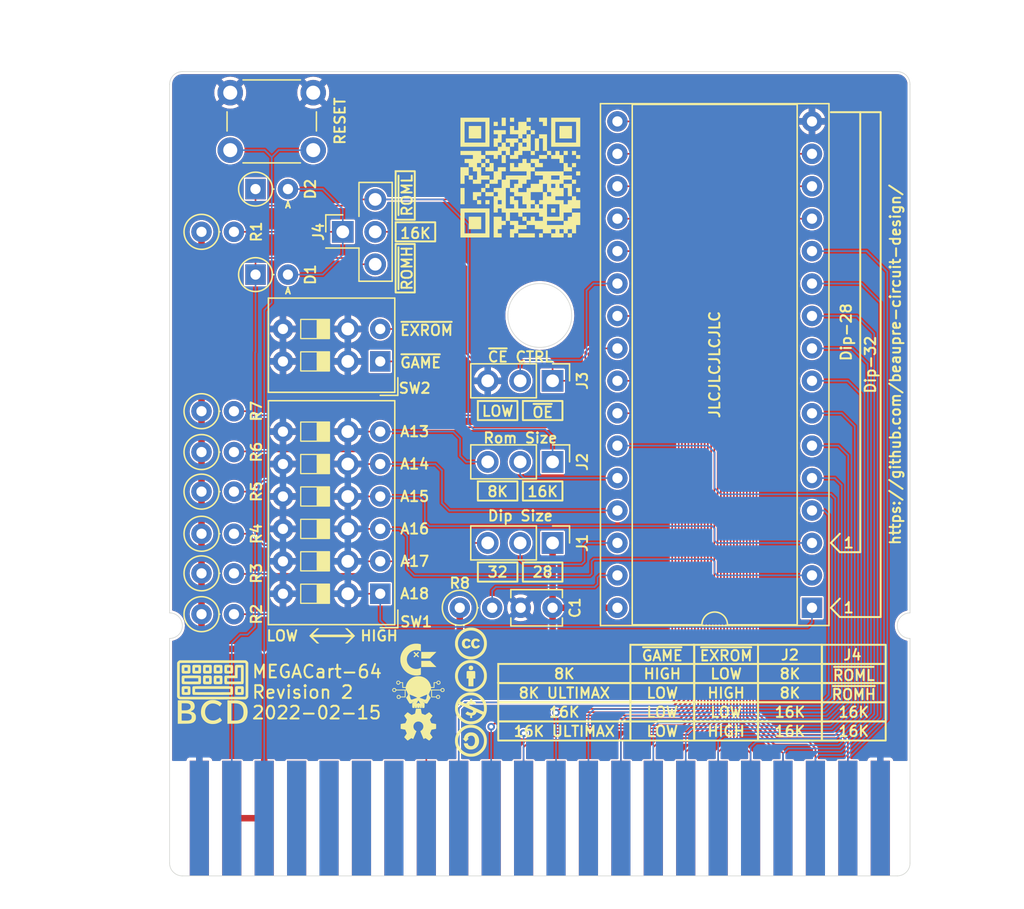
<source format=kicad_pcb>
(kicad_pcb (version 20211014) (generator pcbnew)
  (title_block (title "MEGACart-64") (date "2022-02-15") (rev "2") (company "Beaupré Circuit Design") (comment 1 "https://github.com/beaupre-circuit-design/"))
  (layers (0 "F.Cu" mixed) (31 "B.Cu" mixed) (34 "B.Paste" user) (35 "F.Paste" user) (36 "B.SilkS" user "B.Silkscreen") (37 "F.SilkS" user "F.Silkscreen") (38 "B.Mask" user) (39 "F.Mask" user) (44 "Edge.Cuts" user))
  (net 0 "")
  (net 1 "+5V")
  (net 2 "GND")
  (net 3 "/~{ROMH}")
  (net 4 "/~{ROML}")
  (net 9 "/~{GAME}")
  (net 10 "/~{EXROM}")
  (net 14 "/D7")
  (net 15 "/D6")
  (net 16 "/D5")
  (net 17 "/D4")
  (net 18 "/D3")
  (net 19 "/D2")
  (net 20 "/D1")
  (net 21 "/D0")
  (net 22 "/~{RESET}")
  (net 23 "/A12")
  (net 24 "/A11")
  (net 25 "/A10")
  (net 26 "/A9")
  (net 27 "/A8")
  (net 28 "/A7")
  (net 29 "/A6")
  (net 30 "/A5")
  (net 31 "/A4")
  (net 32 "/A3")
  (net 33 "/A2")
  (net 34 "/A1")
  (net 35 "/A0")
  (net 36 "/A17")
  (net 37 "/AJ17")
  (net 38 "/AJ13")
  (net 39 "/A13")
  (net 40 "/~{OE}")
  (net 41 "/~{CE}")
  (net 42 "/A18")
  (net 43 "/A16")
  (net 44 "/A15")
  (net 45 "/A14")
  (net 51 "Net-(R8-Pad2)")
  (net 52 "Net-(D2-Pad2)")
  (footprint "Diode_THT:D_DO-35_SOD27_P2.54mm_Vertical_AnodeUp" (layer "F.Cu") (at 110.73 82.2)
    (fp_text reference "D2")
    (fp_text value "1N4148")
  )
  (footprint "BeaupreCircuitDesign:Skull_2.5mm" (layer "F.Cu") (at 123.488922 121.602571)
    (fp_text reference "G5" hide)
    (fp_text value "Skull" hide)
  )
  (footprint "Resistor_THT:R_Axial_DIN0207_L6.3mm_D2.5mm_P2.54mm_Vertical" (layer "F.Cu") (at 106.5 112.3)
    (fp_text reference "R3")
    (fp_text value "10K")
  )
  (footprint "BeaupreCircuitDesign:BCD_Logo_5mm" (layer "F.Cu") (at 107.374829 121.605991)
    (fp_text reference "G1" hide)
    (fp_text value "BCD_Logo" hide)
  )
  (footprint "MegaCart-64:Combo_PinHeader_SW_DIP_SPSTx02_Slide_9.78x7.26mm_W7.62mm_P2.54mm" (layer "F.Cu") (at 120.5 95.7 180)
    (fp_text reference "SW2")
    (fp_text value "SW_DIP_x02")
  )
  (footprint "Button_Switch_THT:SW_PUSH_6mm" (layer "F.Cu") (at 115.25 79.15 180)
    (fp_text reference "PB1")
    (fp_text value "SW_Push_Dual")
  )
  (footprint "Connector_PinHeader_2.54mm:PinHeader_1x03_P2.54mm_Vertical" (layer "F.Cu") (at 134 103.57 -90)
    (fp_text reference "J2")
    (fp_text value "Conn_01x03")
  )
  (footprint "Connector_PinHeader_2.54mm:PinHeader_1x03_P2.54mm_Vertical" (layer "F.Cu") (at 134 109.92 -90)
    (fp_text reference "J1")
    (fp_text value "Conn_01x03")
  )
  (footprint "MegaCart-64:Combo_PinHeader_SW_DIP_SPSTx06_Slide_9.78x17.42mm_W7.62mm_P2.54mm" (layer "F.Cu") (at 120.5 113.898748 180)
    (fp_text reference "SW1")
    (fp_text value "SW_DIP_x06")
  )
  (footprint "Resistor_THT:R_Axial_DIN0207_L6.3mm_D2.5mm_P2.54mm_Vertical" (layer "F.Cu") (at 106.5 105.9)
    (fp_text reference "R5")
    (fp_text value "10K")
  )
  (footprint "Resistor_THT:R_Axial_DIN0207_L6.3mm_D2.5mm_P2.54mm_Vertical" (layer "F.Cu") (at 106.5 85.55)
    (fp_text reference "R1")
    (fp_text value "10K")
  )
  (footprint "C64-Expansion-Port:Cartrige_Edge_Connector" (layer "F.Cu") (at 133 131.4815 180)
    (fp_text reference "E1" hide)
    (fp_text value "Cartrige_Edge_Connector" hide)
  )
  (footprint "Resistor_THT:R_Axial_DIN0207_L6.3mm_D2.5mm_P2.54mm_Vertical" (layer "F.Cu") (at 106.5 115.5)
    (fp_text reference "R2")
    (fp_text value "10K")
  )
  (footprint "Creative_Common:CreativeCommons_Attribution_2.5mm" (layer "F.Cu") (at 127.605583 120.339725)
    (fp_text reference "G7" hide)
    (fp_text value "CreativeCommons_Attribution" hide)
  )
  (footprint "BeaupreCircuitDesign:ChickenLips_2.5mm" (layer "F.Cu") (at 123.485814 119.052571)
    (fp_text reference "G2" hide)
    (fp_text value "ChickenLips" hide)
  )
  (footprint "Capacitor_THT:C_Disc_D3.8mm_W2.6mm_P2.50mm" (layer "F.Cu") (at 134 115 180)
    (fp_text reference "C1")
    (fp_text value "0.1uF")
  )
  (footprint "Resistor_THT:R_Axial_DIN0207_L6.3mm_D2.5mm_P2.54mm_Vertical" (layer "F.Cu") (at 106.5 102.8)
    (fp_text reference "R6")
    (fp_text value "10K")
  )
  (footprint "MegaCart-64:PinHeader_T-Shaped_Tri-State_P2.54mm_Vertical" (layer "F.Cu") (at 117.565 85.55)
    (fp_text reference "J4")
    (fp_text value "Conn_Tri-State")
  )
  (footprint "Package_DIP:DIP-32_W15.24mm_Socket" (layer "F.Cu") (at 154.32 115 180)
    (fp_text reference "U1")
    (fp_text value "SST39SF040")
  )
  (footprint "BeaupreCircuitDesign:BDC_QR_10mm" (layer "F.Cu") (at 131.487513 81.312512)
    (fp_text reference "G4" hide)
    (fp_text value "BDC_QR" hide)
  )
  (footprint "Diode_THT:D_DO-35_SOD27_P2.54mm_Vertical_AnodeUp" (layer "F.Cu") (at 110.73 88.9)
    (fp_text reference "D1")
    (fp_text value "1N4148")
  )
  (footprint "Resistor_THT:R_Axial_DIN0207_L6.3mm_D2.5mm_P2.54mm_Vertical" (layer "F.Cu") (at 106.5 109.2)
    (fp_text reference "R4")
    (fp_text value "10K")
  )
  (footprint "Creative_Common:CreativeCommons_2.5mm" (layer "F.Cu") (at 127.605583 117.8)
    (fp_text reference "G6" hide)
    (fp_text value "CreativeCommons" hide)
  )
  (footprint "BeaupreCircuitDesign:Open_Source_Hardware_2.5mm" (layer "F.Cu") (at 123.488967 124.152571)
    (fp_text reference "G3" hide)
    (fp_text value "OpenSource_Hardware" hide)
  )
  (footprint "Creative_Common:CreativeCommons_ShareAlike_2.5mm" (layer "F.Cu") (at 127.605583 125.415591)
    (fp_text reference "G9" hide)
    (fp_text value "CreativeCommons_ShareAlike" hide)
  )
  (footprint "Resistor_THT:R_Axial_DIN0207_L6.3mm_D2.5mm_P2.54mm_Vertical" (layer "F.Cu") (at 126.73 115)
    (fp_text reference "R8")
    (fp_text value "10K")
  )
  (footprint "Connector_PinHeader_2.54mm:PinHeader_1x03_P2.54mm_Vertical" (layer "F.Cu") (at 134 97.22 -90)
    (fp_text reference "J3")
    (fp_text value "Conn_01x03")
  )
  (footprint "Creative_Common:CreativeCommons_NonCommercial_2.5mm" (layer "F.Cu") (at 127.605583 122.876968)
    (fp_text reference "G8")
    (fp_text value "CreativeCommons_NonCommercial")
  )
  (footprint "Resistor_THT:R_Axial_DIN0207_L6.3mm_D2.5mm_P2.54mm_Vertical" (layer "F.Cu") (at 106.5 99.6)
    (fp_text reference "R7")
    (fp_text value "10K")
  )
  (gr_rect (start 140.0938 117.897587) (end 145.0938 119.397587) (layer "F.SilkS") (width 0.1524) (fill none))
  (gr_rect (start 140.0938 122.397587) (end 145.0938 123.897587) (layer "F.SilkS") (width 0.1524) (fill none))
  (gr_rect (start 140.0938 123.897587) (end 145.0938 125.397587) (layer "F.SilkS") (width 0.1524) (fill none))
  (gr_line (start 156.5 110.6438) (end 158.1 110.6438) (layer "F.SilkS") (width 0.1524))
  (gr_rect (start 140.0938 119.397587) (end 129.7438 120.897587) (layer "F.SilkS") (width 0.1524) (fill none))
  (gr_rect (start 145.0938 122.397587) (end 150.0938 123.897587) (layer "F.SilkS") (width 0.1524) (fill none))
  (gr_rect (start 128.1462 111.45) (end 131.2462 112.95) (layer "F.SilkS") (width 0.1524) (fill none))
  (gr_rect (start 155.0938 122.397587) (end 160.0938 123.897587) (layer "F.SilkS") (width 0.1524) (fill none))
  (gr_rect (start 131.6738 111.45) (end 134.7738 112.95) (layer "F.SilkS") (width 0.1524) (fill none))
  (gr_line (start 159.7 115.7238) (end 156.5 115.7238) (layer "F.SilkS") (width 0.1524))
  (gr_rect (start 140.0938 120.897587) (end 129.7438 122.397587) (layer "F.SilkS") (width 0.1524) (fill none))
  (gr_rect (start 155.0938 119.397587) (end 160.0938 120.897587) (layer "F.SilkS") (width 0.1524) (fill none))
  (gr_rect (start 140.0938 120.897587) (end 145.0938 122.397587) (layer "F.SilkS") (width 0.1524) (fill none))
  (gr_rect (start 140.0938 123.897587) (end 129.7438 125.397587) (layer "F.SilkS") (width 0.1524) (fill none))
  (gr_rect (start 140.0938 122.397587) (end 129.7438 123.897587) (layer "F.SilkS") (width 0.1524) (fill none))
  (gr_line (start 156.5 115.7238) (end 155.8 115) (layer "F.SilkS") (width 0.1524))
  (gr_rect (start 150.0938 119.397587) (end 155.0938 120.897587) (layer "F.SilkS") (width 0.1524) (fill none))
  (gr_line (start 155.8 76.1762) (end 159.7 76.1762) (layer "F.SilkS") (width 0.1524))
  (gr_rect (start 131.6738 98.8) (end 134.7738 100.3) (layer "F.SilkS") (width 0.1524) (fill none))
  (gr_rect (start 128.1462 105.1) (end 131.2462 106.6) (layer "F.SilkS") (width 0.1524) (fill none))
  (gr_rect (start 150.0938 122.397587) (end 155.0938 123.897587) (layer "F.SilkS") (width 0.1524) (fill none))
  (gr_rect (start 121.706695 84.8) (end 124.806695 86.3) (layer "F.SilkS") (width 0.1524) (fill none))
  (gr_line (start 156.5 110.6438) (end 155.8 109.92) (layer "F.SilkS") (width 0.1524))
  (gr_rect (start 121.706695 84.6) (end 123.206695 80.8) (layer "F.SilkS") (width 0.1524) (fill none))
  (gr_rect (start 150.0938 123.897587) (end 155.0938 125.397587) (layer "F.SilkS") (width 0.1524) (fill none))
  (gr_rect (start 131.6738 105.1) (end 134.7738 106.6) (layer "F.SilkS") (width 0.1524) (fill none))
  (gr_rect (start 150.0938 117.897587) (end 155.0938 119.397587) (layer "F.SilkS") (width 0.1524) (fill none))
  (gr_rect (start 155.0938 120.897587) (end 160.0938 122.397587) (layer "F.SilkS") (width 0.1524) (fill none))
  (gr_rect (start 145.0938 117.897587) (end 150.0938 119.397587) (layer "F.SilkS") (width 0.1524) (fill none))
  (gr_rect (start 155.0938 117.897587) (end 160.0938 119.397587) (layer "F.SilkS") (width 0.1524) (fill none))
  (gr_rect (start 145.0938 120.897587) (end 150.0938 122.397587) (layer "F.SilkS") (width 0.1524) (fill none))
  (gr_rect (start 121.706695 86.5) (end 123.206695 90.3) (layer "F.SilkS") (width 0.1524) (fill none))
  (gr_rect (start 145.0938 119.397587) (end 150.0938 120.897587) (layer "F.SilkS") (width 0.1524) (fill none))
  (gr_rect (start 128.1462 98.8) (end 131.2462 100.3) (layer "F.SilkS") (width 0.1524) (fill none))
  (gr_rect (start 145.0938 123.897587) (end 150.0938 125.397587) (layer "F.SilkS") (width 0.1524) (fill none))
  (gr_line (start 156.5 114.2762) (end 155.8 115) (layer "F.SilkS") (width 0.1524))
  (gr_line (start 158.1 110.6438) (end 158.1 76.1762) (layer "F.SilkS") (width 0.1524))
  (gr_poly (pts (xy 115.2325 117.1) (xy 118.2325 117.1) (xy 117.7325 116.6) (xy 117.9325 116.6) (xy 118.5325 117.2) (xy 117.9325 117.8) (xy 117.7325 117.8) (xy 118.2325 117.3) (xy 115.2325 117.3) (xy 115.7325 117.8) (xy 115.5325 117.8) (xy 114.9325 117.2) (xy 115.5325 116.6) (xy 115.7325 116.6)) (layer "F.SilkS") (width 0) (fill solid))
  (gr_rect (start 150.0938 120.897587) (end 155.0938 122.397587) (layer "F.SilkS") (width 0.1524) (fill none))
  (gr_line (start 159.7 76.1762) (end 159.7 115.7238) (layer "F.SilkS") (width 0.1524))
  (gr_line (start 156.5 109.1962) (end 155.8 109.92) (layer "F.SilkS") (width 0.1524))
  (gr_rect (start 140.0938 119.397587) (end 145.0938 120.897587) (layer "F.SilkS") (width 0.1524) (fill none))
  (gr_rect (start 155.0938 123.897587) (end 160.0938 125.397587) (layer "F.SilkS") (width 0.1524) (fill none))
  (gr_circle locked (center 133 92.1) (end 135.5 92.1) (layer "Edge.Cuts") (width 0.05) (fill none))
  (gr_line (start 161 73) (end 105 73) (layer "Edge.Cuts") (width 0.05))
  (gr_arc (start 162 135) (mid 161.707106 135.707106) (end 161 136) (layer "Edge.Cuts") (width 0.05))
  (gr_arc (start 105 136) (mid 104.292894 135.707106) (end 104 135) (layer "Edge.Cuts") (width 0.05))
  (gr_line (start 104 117.4) (end 104 135) (layer "Edge.Cuts") (width 0.05))
  (gr_arc (start 162 117.4) (mid 161 116.4) (end 162 115.4) (layer "Edge.Cuts") (width 0.05))
  (gr_line (start 162 74) (end 162 115.4) (layer "Edge.Cuts") (width 0.05))
  (gr_arc (start 104 115.4) (mid 105 116.4) (end 104 117.4) (layer "Edge.Cuts") (width 0.05))
  (gr_arc (start 161 73) (mid 161.707106 73.292894) (end 162 74) (layer "Edge.Cuts") (width 0.05))
  (gr_line (start 104 115.4) (end 104 74) (layer "Edge.Cuts") (width 0.05))
  (gr_arc (start 104 74) (mid 104.292894 73.292894) (end 105 73) (layer "Edge.Cuts") (width 0.05))
  (gr_line (start 105 136) (end 161 136) (layer "Edge.Cuts") (width 0.05))
  (gr_line (start 162 135) (end 162 117.4) (layer "Edge.Cuts") (width 0.05))
  (gr_text "8K ULTIMAX" (at 134.9188 121.678485) (layer "F.SilkS") (effects (font (size 0.8128 0.8128) (thickness 0.1524))))
  (gr_text "1" (at 157.2 115) (layer "F.SilkS") (effects (font (size 0.8128 0.8128) (thickness 0.1524))))
  (gr_text "8K" (at 129.6962 105.9) (layer "F.SilkS") (effects (font (size 0.8128 0.8128) (thickness 0.1524))))
  (gr_text "~{EXROM}" (at 124.127552 93.271252) (layer "F.SilkS") (effects (font (size 0.8128 0.8128) (thickness 0.1524))))
  (gr_text "LOW" (at 112.8204 117.2) (layer "F.SilkS") (effects (font (size 0.8128 0.8128) (thickness 0.1524))))
  (gr_text "~{CE} CTRL" (at 131.475 95.35) (layer "F.SilkS") (effects (font (size 0.8128 0.8128) (thickness 0.1524))))
  (gr_text "8K" (at 152.5938 121.678485) (layer "F.SilkS") (effects (font (size 0.8128 0.8128) (thickness 0.1524))))
  (gr_text "LOW" (at 142.5938 121.678485) (layer "F.SilkS") (effects (font (size 0.8128 0.8128) (thickness 0.1524))))
  (gr_text "28" (at 133.2238 112.2) (layer "F.SilkS") (effects (font (size 0.8128 0.8128) (thickness 0.1524))))
  (gr_text "A16" (at 123.198638 108.818748) (layer "F.SilkS") (effects (font (size 0.8128 0.8128) (thickness 0.1524))))
  (gr_text "LOW" (at 142.5938 124.678485) (layer "F.SilkS") (effects (font (size 0.8128 0.8128) (thickness 0.1524))))
  (gr_text "~{ROML}" (at 122.6 84.4218 90) (layer "F.SilkS") (effects (font (size 0.8128 0.8128) (thickness 0.1524)) (justify left)))
  (gr_text "~{EXROM}" (at 147.5938 118.758839) (layer "F.SilkS") (effects (font (size 0.8128 0.8128) (thickness 0.1524))))
  (gr_text "${TITLE}\nRevision ${REVISION}\n${ISSUE_DATE}" (at 110.374829 121.60741) (layer "F.SilkS") (effects (font (size 1 1) (thickness 0.1524)) (justify left)))
  (gr_text "16K ULTIMAX" (at 134.9188 124.678485) (layer "F.SilkS") (effects (font (size 0.8128 0.8128) (thickness 0.1524))))
  (gr_text "HIGH" (at 142.5938 120.178485) (layer "F.SilkS") (effects (font (size 0.8128 0.8128) (thickness 0.1524))))
  (gr_text "8K" (at 134.9188 120.178485) (layer "F.SilkS") (effects (font (size 0.8128 0.8128) (thickness 0.1524))))
  (gr_text "1" (at 157.2 109.92) (layer "F.SilkS") (effects (font (size 0.8128 0.8128) (thickness 0.1524))))
  (gr_text "16K" (at 133.2238 105.9) (layer "F.SilkS") (effects (font (size 0.8128 0.8128) (thickness 0.1524))))
  (gr_text "16K" (at 157.5938 124.678485) (layer "F.SilkS") (effects (font (size 0.8128 0.8128) (thickness 0.1524))))
  (gr_text "A14" (at 123.198638 103.738748) (layer "F.SilkS") (effects (font (size 0.8128 0.8128) (thickness 0.1524))))
  (gr_text "A13" (at 123.198638 101.198748) (layer "F.SilkS") (effects (font (size 0.8128 0.8128) (thickness 0.1524))))
  (gr_text "Dip-32" (at 158.9 95.95 90) (layer "F.SilkS") (effects (font (size 0.8128 0.8128) (thickness 0.1524))))
  (gr_text "16K" (at 152.5938 124.678485) (layer "F.SilkS") (effects (font (size 0.8128 0.8128) (thickness 0.1524))))
  (gr_text "HIGH" (at 147.5938 124.678485) (layer "F.SilkS") (effects (font (size 0.8128 0.8128) (thickness 0.1524))))
  (gr_text "A18" (at 123.198638 113.898748) (layer "F.SilkS") (effects (font (size 0.8128 0.8128) (thickness 0.1524))))
  (gr_text "LOW" (at 147.5938 123.178485) (layer "F.SilkS") (effects (font (size 0.8128 0.8128) (thickness 0.1524))))
  (gr_text "~{ROMH}" (at 157.5938 121.797587) (layer "F.SilkS") (effects (font (size 0.8128 0.8128) (thickness 0.1524))))
  (gr_text "16K" (at 134.9188 123.178485) (layer "F.SilkS") (effects (font (size 0.8128 0.8128) (thickness 0.1524))))
  (gr_text "16K" (at 123.256695 85.67) (layer "F.SilkS") (effects (font (size 0.8128 0.8128) (thickness 0.1524))))
  (gr_text "~{ROML}" (at 157.5938 120.297587) (layer "F.SilkS") (effects (font (size 0.8128 0.8128) (thickness 0.1524))))
  (gr_text "32" (at 129.6962 112.2) (layer "F.SilkS") (effects (font (size 0.8128 0.8128) (thickness 0.1524))))
  (gr_text "Dip Size" (at 131.475 107.8) (layer "F.SilkS") (effects (font (size 0.8128 0.8128) (thickness 0.1524))))
  (gr_text "JLCJLCJLCJLC" (at 146.695 95.95 90) (layer "F.SilkS") (effects (font (size 0.8128 0.8128) (thickness 0.1524))))
  (gr_text "LOW" (at 147.5938 120.178485) (layer "F.SilkS") (effects (font (size 0.8128 0.8128) (thickness 0.1524))))
  (gr_text "~{ROMH}" (at 122.6 88.4 90) (layer "F.SilkS") (effects (font (size 0.8128 0.8128) (thickness 0.1524))))
  (gr_text "~{GAME}" (at 142.5938 118.758839) (layer "F.SilkS") (effects (font (size 0.8128 0.8128) (thickness 0.1524))))
  (gr_text "~{GAME}" (at 123.663095 95.811252) (layer "F.SilkS") (effects (font (size 0.8128 0.8128) (thickness 0.1524))))
  (gr_text "J2" (at 152.5938 118.697587) (layer "F.SilkS") (effects (font (size 0.8128 0.8128) (thickness 0.1524))))
  (gr_text "LOW" (at 129.6962 99.6) (layer "F.SilkS") (effects (font (size 0.8128 0.8128) (thickness 0.1524))))
  (gr_text "HIGH" (at 120.412371 117.2) (layer "F.SilkS") (effects (font (size 0.8128 0.8128) (thickness 0.1524))))
  (gr_text "A17" (at 123.198638 111.358748) (layer "F.SilkS") (effects (font (size 0.8128 0.8128) (thickness 0.1524))))
  (gr_text "16K" (at 157.5938 123.178485) (layer "F.SilkS") (effects (font (size 0.8128 0.8128) (thickness 0.1524))))
  (gr_text "16K" (at 152.5938 123.178485) (layer "F.SilkS") (effects (font (size 0.8128 0.8128) (thickness 0.1524))))
  (gr_text "J4" (at 157.4938 118.697587) (layer "F.SilkS") (effects (font (size 0.8128 0.8128) (thickness 0.1524))))
  (gr_text "A15" (at 123.198638 106.278748) (layer "F.SilkS") (effects (font (size 0.8128 0.8128) (thickness 0.1524))))
  (gr_text "${COMMENT1}" (at 160.85 95.950001 90) (layer "F.SilkS") (effects (font (size 0.8128 0.8128) (thickness 0.1524))))
  (gr_text "LOW" (at 142.5938 123.178485) (layer "F.SilkS") (effects (font (size 0.8128 0.8128) (thickness 0.1524))))
  (gr_text "Dip-28" (at 157 93.41 90) (layer "F.SilkS") (effects (font (size 0.8128 0.8128) (thickness 0.1524))))
  (gr_text "Rom Size" (at 131.475 101.7) (layer "F.SilkS") (effects (font (size 0.8128 0.8128) (thickness 0.1524))))
  (gr_text "HIGH" (at 147.5938 121.678485) (layer "F.SilkS") (effects (font (size 0.8128 0.8128) (thickness 0.1524))))
  (gr_text "8K" (at 152.5938 120.178485) (layer "F.SilkS") (effects (font (size 0.8128 0.8128) (thickness 0.1524))))
  (gr_text "~{OE}" (at 133.2238 99.7) (layer "F.SilkS") (effects (font (size 0.8128 0.8128) (thickness 0.1524))))
  (gr_text "RESET" (at 117.35 78.814676 90) (layer "F.SilkS") (effects (font (size 0.8128 0.8128) (thickness 0.1524)) (justify left)))
  (segment (start 126.73 116.82) (end 125.33 118.22) (width 0.508) (layer "F.Cu") (net 1))
  (segment (start 134 117.43) (end 133.21 118.22) (width 0.508) (layer "F.Cu") (net 1))
  (segment (start 106.5 115.5) (end 106.5 112.3) (width 0.508) (layer "F.Cu") (net 1))
  (segment (start 110.565 118.22) (end 111.41 119.065) (width 0.508) (layer "F.Cu") (net 1))
  (segment (start 106.5 117.585) (end 107.135 118.22) (width 0.508) (layer "F.Cu") (net 1))
  (segment (start 134 115) (end 134 117.43) (width 0.508) (layer "F.Cu") (net 1))
  (segment (start 106.5 112.3) (end 106.5 109.2) (width 0.508) (layer "F.Cu") (net 1))
  (segment (start 134 115) (end 134 109.92) (width 0.508) (layer "F.Cu") (net 1))
  (segment (start 111.41 119.065) (end 111.41 131.4815) (width 0.508) (layer "F.Cu") (net 1))
  (segment (start 106.5 102.8) (end 106.5 99.6) (width 0.508) (layer "F.Cu") (net 1))
  (segment (start 108.87 131.4815) (end 111.41 131.4815) (width 0.508) (layer "F.Cu") (net 1))
  (segment (start 134 115) (end 139.08 115) (width 0.508) (layer "F.Cu") (net 1))
  (segment (start 112.255 118.22) (end 111.41 119.065) (width 0.508) (layer "F.Cu") (net 1))
  (segment (start 106.5 115.5) (end 106.5 117.585) (width 0.508) (layer "F.Cu") (net 1))
  (segment (start 106.5 105.9) (end 106.5 102.8) (width 0.508) (layer "F.Cu") (net 1))
  (segment (start 106.5 99.6) (end 106.5 85.55) (width 0.508) (layer "F.Cu") (net 1))
  (segment (start 106.5 109.2) (end 106.5 105.9) (width 0.508) (layer "F.Cu") (net 1))
  (segment (start 126.73 115) (end 126.73 116.82) (width 0.508) (layer "F.Cu") (net 1))
  (segment (start 107.135 118.22) (end 110.565 118.22) (width 0.508) (layer "F.Cu") (net 1))
  (segment (start 112.255 118.22) (end 133.21 118.22) (width 0.508) (layer "F.Cu") (net 1))
  (segment (start 111 87.6) (end 110.73 87.87) (width 0.127) (layer "F.Cu") (net 3))
  (segment (start 118.3 87.6) (end 111 87.6) (width 0.127) (layer "F.Cu") (net 3))
  (segment (start 120.105 88.09) (end 118.79 88.09) (width 0.127) (layer "F.Cu") (net 3))
  (segment (start 110.73 87.87) (end 110.73 88.9) (width 0.127) (layer "F.Cu") (net 3))
  (segment (start 118.79 88.09) (end 118.3 87.6) (width 0.127) (layer "F.Cu") (net 3))
  (segment (start 110.7 116.5) (end 110.7 95) (width 0.127) (layer "B.Cu") (net 3))
  (segment (start 110.1 117.1) (end 110.7 116.5) (width 0.127) (layer "B.Cu") (net 3))
  (segment (start 109.54 117.1) (end 110.1 117.1) (width 0.127) (layer "B.Cu") (net 3))
  (segment (start 108.87 117.77) (end 109.54 117.1) (width 0.127) (layer "B.Cu") (net 3))
  (segment (start 110.73 94.97) (end 110.73 88.9) (width 0.127) (layer "B.Cu") (net 3))
  (segment (start 108.87 131.4815) (end 108.87 117.77) (width 0.127) (layer "B.Cu") (net 3))
  (segment (start 110.7 95) (end 110.73 94.97) (width 0.127) (layer "B.Cu") (net 3))
  (segment (start 144.386 124.443) (end 135.623 124.443) (width 0.127) (layer "F.Cu") (net 4))
  (segment (start 134.988 125.078) (end 132.575 125.078) (width 0.127) (layer "F.Cu") (net 4))
  (segment (start 111 83.5) (end 110.73 83.23) (width 0.127) (layer "F.Cu") (net 4))
  (segment (start 130.978749 87.921749) (end 131.386999 88.329999) (width 0.127) (layer "F.Cu") (net 4))
  (segment (start 110.73 83.23) (end 110.73 82.2) (width 0.127) (layer "F.Cu") (net 4))
  (segment (start 120.105 83.01) (end 118.79 83.01) (width 0.127) (layer "F.Cu") (net 4))
  (segment (start 132.575 125.078) (end 131.73 125.923) (width 0.127) (layer "F.Cu") (net 4))
  (segment (start 144.721999 88.329999) (end 145.91 89.518) (width 0.127) (layer "F.Cu") (net 4))
  (segment (start 120.105 83.01) (end 129.01 83.01) (width 0.127) (layer "F.Cu") (net 4))
  (segment (start 135.623 124.443) (end 134.988 125.078) (width 0.127) (layer "F.Cu") (net 4))
  (segment (start 118.3 83.5) (end 111 83.5) (width 0.127) (layer "F.Cu") (net 4))
  (segment (start 129.01 83.01) (end 130.978749 84.978749) (width 0.127) (layer "F.Cu") (net 4))
  (segment (start 118.79 83.01) (end 118.3 83.5) (width 0.127) (layer "F.Cu") (net 4))
  (segment (start 145.91 122.919) (end 144.386 124.443) (width 0.127) (layer "F.Cu") (net 4))
  (segment (start 145.91 89.518) (end 145.91 122.919) (width 0.127) (layer "F.Cu") (net 4))
  (segment (start 130.978749 84.978749) (end 130.978749 87.921749) (width 0.127) (layer "F.Cu") (net 4))
  (segment (start 131.386999 88.329999) (end 144.721999 88.329999) (width 0.127) (layer "F.Cu") (net 4))
  (segment (start 131.73 125.923) (end 131.73 131.4815) (width 0.127) (layer "F.Cu") (net 4))
  (segment (start 127.390249 100.589249) (end 127.830999 101.029999) (width 0.127) (layer "B.Cu") (net 4))
  (segment (start 127.830999 101.029999) (end 133.418999 101.029999) (width 0.127) (layer "B.Cu") (net 4))
  (segment (start 127.390249 84.990249) (end 127.390249 100.589249) (width 0.127) (layer "B.Cu") (net 4))
  (segment (start 133.418999 101.029999) (end 134 101.611) (width 0.127) (layer "B.Cu") (net 4))
  (segment (start 134 103.57) (end 134 101.611) (width 0.127) (layer "B.Cu") (net 4))
  (segment (start 125.41 83.01) (end 127.390249 84.990249) (width 0.127) (layer "B.Cu") (net 4))
  (segment (start 120.105 83.01) (end 125.41 83.01) (width 0.127) (layer "B.Cu") (net 4))
  (segment (start 143.116 121.903) (end 124.701 121.903) (width 0.127) (layer "F.Cu") (net 9))
  (segment (start 122.9 95.7) (end 123.535499 96.335499) (width 0.127) (layer "F.Cu") (net 9))
  (segment (start 137.069999 103.569999) (end 142.435999 103.569999) (width 0.127) (layer "F.Cu") (net 9))
  (segment (start 123.535499 96.335499) (end 123.535499 100.435499) (width 0.127) (layer "F.Cu") (net 9))
  (segment (start 143.37 121.649) (end 143.116 121.903) (width 0.127) (layer "F.Cu") (net 9))
  (segment (start 120.5 95.7) (end 122.9 95.7) (width 0.127) (layer "F.Cu") (net 9))
  (segment (start 142.435999 103.569999) (end 143.37 104.504) (width 0.127) (layer "F.Cu") (net 9))
  (segment (start 123.535499 100.435499) (end 123.966165 100.866165) (width 0.127) (layer "F.Cu") (net 9))
  (segment (start 136.066165 100.866165) (end 136.659999 101.459999) (width 0.127) (layer "F.Cu") (net 9))
  (segment (start 136.659999 103.159999) (end 137.069999 103.569999) (width 0.127) (layer "F.Cu") (net 9))
  (segment (start 124.11 122.494) (end 124.11 131.4815) (width 0.127) (layer "F.Cu") (net 9))
  (segment (start 136.659999 101.459999) (end 136.659999 103.159999) (width 0.127) (layer "F.Cu") (net 9))
  (segment (start 123.966165 100.866165) (end 136.066165 100.866165) (width 0.127) (layer "F.Cu") (net 9))
  (segment (start 124.701 121.903) (end 124.11 122.494) (width 0.127) (layer "F.Cu") (net 9))
  (segment (start 143.37 104.504) (end 143.37 121.649) (width 0.127) (layer "F.Cu") (net 9))
  (segment (start 126.273832 99.923832) (end 125.834499 99.484499) (width 0.127) (layer "F.Cu") (net 10))
  (segment (start 125.834499 99.484499) (end 125.834499 93.734499) (width 0.127) (layer "F.Cu") (net 10))
  (segment (start 143.878 121.903) (end 143.878 101.964) (width 0.127) (layer "F.Cu") (net 10))
  (segment (start 137.229999 101.029999) (end 136.123832 99.923832) (width 0.127) (layer "F.Cu") (net 10))
  (segment (start 126.65 122.875) (end 127.114 122.411) (width 0.127) (layer "F.Cu") (net 10))
  (segment (start 143.878 101.964) (end 142.943999 101.029999) (width 0.127) (layer "F.Cu") (net 10))
  (segment (start 143.37 122.411) (end 143.878 121.903) (width 0.127) (layer "F.Cu") (net 10))
  (segment (start 126.65 131.4815) (end 126.65 122.875) (width 0.127) (layer "F.Cu") (net 10))
  (segment (start 125.834499 93.734499) (end 125.26 93.16) (width 0.127) (layer "F.Cu") (net 10))
  (segment (start 125.26 93.16) (end 120.5 93.16) (width 0.127) (layer "F.Cu") (net 10))
  (segment (start 136.123832 99.923832) (end 126.273832 99.923832) (width 0.127) (layer "F.Cu") (net 10))
  (segment (start 127.114 122.411) (end 143.37 122.411) (width 0.127) (layer "F.Cu") (net 10))
  (segment (start 142.943999 101.029999) (end 137.229999 101.029999) (width 0.127) (layer "F.Cu") (net 10))
  (segment (start 139.08 87.06) (end 145.357 87.06) (width 0.127) (layer "F.Cu") (net 14))
  (segment (start 145.357 87.06) (end 146.418 88.121) (width 0.127) (layer "F.Cu") (net 14))
  (segment (start 139.814 124.951) (end 139.35 125.415) (width 0.127) (layer "F.Cu") (net 14))
  (segment (start 146.418 88.121) (end 146.418 123.173) (width 0.127) (layer "F.Cu") (net 14))
  (segment (start 139.35 125.415) (end 139.35 131.4815) (width 0.127) (layer "F.Cu") (net 14))
  (segment (start 144.64 124.951) (end 139.814 124.951) (width 0.127) (layer "F.Cu") (net 14))
  (segment (start 146.418 123.173) (end 144.64 124.951) (width 0.127) (layer "F.Cu") (net 14))
  (segment (start 146.926 85.454) (end 146.926 123.427) (width 0.127) (layer "F.Cu") (net 15))
  (segment (start 145.992 84.52) (end 146.926 85.454) (width 0.127) (layer "F.Cu") (net 15))
  (segment (start 142.354 125.459) (end 141.89 125.923) (width 0.127) (layer "F.Cu") (net 15))
  (segment (start 141.89 125.923) (end 141.89 131.4815) (width 0.127) (layer "F.Cu") (net 15))
  (segment (start 139.08 84.52) (end 145.992 84.52) (width 0.127) (layer "F.Cu") (net 15))
  (segment (start 144.894 125.459) (end 142.354 125.459) (width 0.127) (layer "F.Cu") (net 15))
  (segment (start 146.926 123.427) (end 144.894 125.459) (width 0.127) (layer "F.Cu") (net 15))
  (segment (start 147.434 123.681) (end 145.148 125.967) (width 0.127) (layer "F.Cu") (net 16))
  (segment (start 139.08 81.98) (end 146.5 81.98) (width 0.127) (layer "F.Cu") (net 16))
  (segment (start 144.43 126.304) (end 144.43 131.4815) (width 0.127) (layer "F.Cu") (net 16))
  (segment (start 145.148 125.967) (end 144.767 125.967) (width 0.127) (layer "F.Cu") (net 16))
  (segment (start 147.434 82.914) (end 147.434 123.681) (width 0.127) (layer "F.Cu") (net 16))
  (segment (start 144.767 125.967) (end 144.43 126.304) (width 0.127) (layer "F.Cu") (net 16))
  (segment (start 146.5 81.98) (end 147.434 82.914) (width 0.127) (layer "F.Cu") (net 16))
  (segment (start 147.008 79.44) (end 139.08 79.44) (width 0.127) (layer "F.Cu") (net 17))
  (segment (start 147.942 80.374) (end 147.008 79.44) (width 0.127) (layer "F.Cu") (net 17))
  (segment (start 146.97 126.304) (end 147.307 125.967) (width 0.127) (layer "F.Cu") (net 17))
  (segment (start 147.307 125.967) (end 147.688 125.967) (width 0.127) (layer "F.Cu") (net 17))
  (segment (start 147.942 125.713) (end 147.942 80.374) (width 0.127) (layer "F.Cu") (net 17))
  (segment (start 146.97 131.4815) (end 146.97 126.304) (width 0.127) (layer "F.Cu") (net 17))
  (segment (start 147.688 125.967) (end 147.942 125.713) (width 0.127) (layer "F.Cu") (net 17))
  (segment (start 149.51 131.4815) (end 149.51 126.392) (width 0.127) (layer "F.Cu") (net 18))
  (segment (start 149.51 126.392) (end 149.085 125.967) (width 0.127) (layer "F.Cu") (net 18))
  (segment (start 148.647 125.967) (end 148.45 125.77) (width 0.127) (layer "F.Cu") (net 18))
  (segment (start 149.085 125.967) (end 148.647 125.967) (width 0.127) (layer "F.Cu") (net 18))
  (segment (start 148.45 77.834) (end 147.516 76.9) (width 0.127) (layer "F.Cu") (net 18))
  (segment (start 148.45 125.77) (end 148.45 77.834) (width 0.127) (layer "F.Cu") (net 18))
  (segment (start 147.516 76.9) (end 139.08 76.9) (width 0.127) (layer "F.Cu") (net 18))
  (segment (start 151.625 125.967) (end 152.05 126.392) (width 0.127) (layer "F.Cu") (net 19))
  (segment (start 150.019 79.44) (end 148.958 80.501) (width 0.127) (layer "F.Cu") (net 19))
  (segment (start 151.244 125.967) (end 151.625 125.967) (width 0.127) (layer "F.Cu") (net 19))
  (segment (start 152.05 126.392) (end 152.05 131.4815) (width 0.127) (layer "F.Cu") (net 19))
  (segment (start 148.958 123.681) (end 151.244 125.967) (width 0.127) (layer "F.Cu") (net 19))
  (segment (start 148.958 80.501) (end 148.958 123.681) (width 0.127) (layer "F.Cu") (net 19))
  (segment (start 154.32 79.44) (end 150.019 79.44) (width 0.127) (layer "F.Cu") (net 19))
  (segment (start 149.466 82.914) (end 149.466 123.427) (width 0.127) (layer "F.Cu") (net 20))
  (segment (start 150.4 81.98) (end 149.466 82.914) (width 0.127) (layer "F.Cu") (net 20))
  (segment (start 151.498 125.459) (end 154.038 125.459) (width 0.127) (layer "F.Cu") (net 20))
  (segment (start 149.466 123.427) (end 151.498 125.459) (width 0.127) (layer "F.Cu") (net 20))
  (segment (start 154.59 126.011) (end 154.59 131.4815) (width 0.127) (layer "F.Cu") (net 20))
  (segment (start 154.32 81.98) (end 150.4 81.98) (width 0.127) (layer "F.Cu") (net 20))
  (segment (start 154.038 125.459) (end 154.59 126.011) (width 0.127) (layer "F.Cu") (net 20))
  (segment (start 156.578 124.951) (end 157.13 125.503) (width 0.127) (layer "F.Cu") (net 21))
  (segment (start 149.974 123.173) (end 151.752 124.951) (width 0.127) (layer "F.Cu") (net 21))
  (segment (start 154.32 84.52) (end 150.781 84.52) (width 0.127) (layer "F.Cu") (net 21))
  (segment (start 157.13 125.503) (end 157.13 131.4815) (width 0.127) (layer "F.Cu") (net 21))
  (segment (start 150.781 84.52) (end 149.974 85.327) (width 0.127) (layer "F.Cu") (net 21))
  (segment (start 149.974 85.327) (end 149.974 123.173) (width 0.127) (layer "F.Cu") (net 21))
  (segment (start 151.752 124.951) (end 156.578 124.951) (width 0.127) (layer "F.Cu") (net 21))
  (segment (start 112 79.7) (end 111.45 79.15) (width 0.127) (layer "B.Cu") (net 22))
  (segment (start 111.41 131.4815) (end 111.41 91.69) (width 0.127) (layer "B.Cu") (net 22))
  (segment (start 111.41 91.69) (end 112 91.1) (width 0.127) (layer "B.Cu") (net 22))
  (segment (start 108.75 79.15) (end 111.45 79.15) (width 0.127) (layer "B.Cu") (net 22))
  (segment (start 112 91.1) (end 112 79.7) (width 0.127) (layer "B.Cu") (net 22))
  (segment (start 112.55 79.15) (end 115.25 79.15) (width 0.127) (layer "B.Cu") (net 22))
  (segment (start 112 79.7) (end 112.55 79.15) (width 0.127) (layer "B.Cu") (net 22))
  (segment (start 155.63 107.73) (end 155.28 107.38) (width 0.127) (layer "B.Cu") (net 23))
  (segment (start 155.054 122.411) (end 155.63 121.835) (width 0.127) (layer "B.Cu") (net 23))
  (segment (start 155.28 107.38) (end 154.32 107.38) (width 0.127) (layer "B.Cu") (net 23))
  (segment (start 127.114 122.411) (end 155.054 122.411) (width 0.127) (layer "B.Cu") (net 23))
  (segment (start 126.65 131.4815) (end 126.65 122.875) (width 0.127) (layer "B.Cu") (net 23))
  (segment (start 155.63 121.835) (end 155.63 107.73) (width 0.127) (layer "B.Cu") (net 23))
  (segment (start 126.65 122.875) (end 127.114 122.411) (width 0.127) (layer "B.Cu") (net 23))
  (segment (start 129.444 124.062) (end 134.48 124.062) (width 0.127) (layer "F.Cu") (net 24))
  (segment (start 144.894 98.154) (end 143.96 97.22) (width 0.127) (layer "F.Cu") (net 24))
  (segment (start 135.115 123.427) (end 143.878 123.427) (width 0.127) (layer "F.Cu") (net 24))
  (segment (start 143.878 123.427) (end 144.894 122.411) (width 0.127) (layer "F.Cu") (net 24))
  (segment (start 129.19 124.316) (end 129.444 124.062) (width 0.127) (layer "F.Cu") (net 24))
  (segment (start 134.48 124.062) (end 135.115 123.427) (width 0.127) (layer "F.Cu") (net 24))
  (segment (start 143.96 97.22) (end 139.08 97.22) (width 0.127) (layer "F.Cu") (net 24))
  (segment (start 144.894 122.411) (end 144.894 98.154) (width 0.127) (layer "F.Cu") (net 24))
  (via (at 129.19 124.316) (size 0.6) (drill 0.3) (layers "F.Cu" "B.Cu") (net 24))
  (segment (start 129.19 131.4815) (end 129.19 124.316) (width 0.127) (layer "B.Cu") (net 24))
  (segment (start 144.132 123.935) (end 145.402 122.665) (width 0.127) (layer "F.Cu") (net 25))
  (segment (start 131.73 124.824) (end 131.984 124.57) (width 0.127) (layer "F.Cu") (net 25))
  (segment (start 135.369 123.935) (end 144.132 123.935) (width 0.127) (layer "F.Cu") (net 25))
  (segment (start 131.984 124.57) (end 134.734 124.57) (width 0.127) (layer "F.Cu") (net 25))
  (segment (start 145.402 122.665) (end 145.402 93.074) (width 0.127) (layer "F.Cu") (net 25))
  (segment (start 145.402 93.074) (end 144.468 92.14) (width 0.127) (layer "F.Cu") (net 25))
  (segment (start 144.468 92.14) (end 139.08 92.14) (width 0.127) (layer "F.Cu") (net 25))
  (segment (start 134.734 124.57) (end 135.369 123.935) (width 0.127) (layer "F.Cu") (net 25))
  (via (at 131.73 124.824) (size 0.6) (drill 0.3) (layers "F.Cu" "B.Cu") (net 25))
  (segment (start 131.73 131.4815) (end 131.73 124.824) (width 0.127) (layer "B.Cu") (net 25))
  (segment (start 144.386 122.157) (end 143.624 122.919) (width 0.127) (layer "F.Cu") (net 26))
  (segment (start 143.624 122.919) (end 134.56775 122.919) (width 0.127) (layer "F.Cu") (net 26))
  (segment (start 143.452 99.76) (end 144.386 100.694) (width 0.127) (layer "F.Cu") (net 26))
  (segment (start 144.386 100.694) (end 144.386 122.157) (width 0.127) (layer "F.Cu") (net 26))
  (segment (start 139.08 99.76) (end 143.452 99.76) (width 0.127) (layer "F.Cu") (net 26))
  (segment (start 134.56775 122.919) (end 134.27 123.21675) (width 0.127) (layer "F.Cu") (net 26))
  (via (at 134.27 123.21675) (size 0.6) (drill 0.3) (layers "F.Cu" "B.Cu") (net 26))
  (segment (start 134.27 123.21675) (end 134.27 131.4815) (width 0.127) (layer "B.Cu") (net 26))
  (segment (start 156.14 106.44) (end 155.809999 106.109999) (width 0.127) (layer "B.Cu") (net 27))
  (segment (start 147.18 106.109999) (end 146.699999 105.629998) (width 0.127) (layer "B.Cu") (net 27))
  (segment (start 146.699999 102.835999) (end 146.164 102.3) (width 0.127) (layer "B.Cu") (net 27))
  (segment (start 146.164 102.3) (end 139.08 102.3) (width 0.127) (layer "B.Cu") (net 27))
  (segment (start 156.14 122.07) (end 156.14 106.44) (width 0.127) (layer "B.Cu") (net 27))
  (segment (start 136.81 123.383) (end 137.253 122.94) (width 0.127) (layer "B.Cu") (net 27))
  (segment (start 136.81 131.4815) (end 136.81 123.383) (width 0.127) (layer "B.Cu") (net 27))
  (segment (start 146.699999 105.629998) (end 146.699999 102.835999) (width 0.127) (layer "B.Cu") (net 27))
  (segment (start 137.253 122.94) (end 155.27 122.94) (width 0.127) (layer "B.Cu") (net 27))
  (segment (start 155.809999 106.109999) (end 147.18 106.109999) (width 0.127) (layer "B.Cu") (net 27))
  (segment (start 155.27 122.94) (end 156.14 122.07) (width 0.127) (layer "B.Cu") (net 27))
  (segment (start 155.46 123.47) (end 156.65 122.28) (width 0.127) (layer "B.Cu") (net 28))
  (segment (start 156.65 105.38) (end 156.11 104.84) (width 0.127) (layer "B.Cu") (net 28))
  (segment (start 156.65 122.28) (end 156.65 105.38) (width 0.127) (layer "B.Cu") (net 28))
  (segment (start 139.35 123.891) (end 139.771 123.47) (width 0.127) (layer "B.Cu") (net 28))
  (segment (start 139.35 131.4815) (end 139.35 123.891) (width 0.127) (layer "B.Cu") (net 28))
  (segment (start 156.11 104.84) (end 154.32 104.84) (width 0.127) (layer "B.Cu") (net 28))
  (segment (start 139.771 123.47) (end 155.46 123.47) (width 0.127) (layer "B.Cu") (net 28))
  (segment (start 155.67 123.98) (end 142.309 123.98) (width 0.127) (layer "B.Cu") (net 29))
  (segment (start 142.309 123.98) (end 141.89 124.399) (width 0.127) (layer "B.Cu") (net 29))
  (segment (start 141.89 124.399) (end 141.89 131.4815) (width 0.127) (layer "B.Cu") (net 29))
  (segment (start 157.16 103.06) (end 157.16 122.49) (width 0.127) (layer "B.Cu") (net 29))
  (segment (start 156.4 102.3) (end 157.16 103.06) (width 0.127) (layer "B.Cu") (net 29))
  (segment (start 154.32 102.3) (end 156.4 102.3) (width 0.127) (layer "B.Cu") (net 29))
  (segment (start 157.16 122.49) (end 155.67 123.98) (width 0.127) (layer "B.Cu") (net 29))
  (segment (start 157.67 122.700005) (end 155.880005 124.49) (width 0.127) (layer "B.Cu") (net 30))
  (segment (start 156.66 99.76) (end 157.67 100.77) (width 0.127) (layer "B.Cu") (net 30))
  (segment (start 144.847 124.49) (end 144.43 124.907) (width 0.127) (layer "B.Cu") (net 30))
  (segment (start 154.32 99.76) (end 156.66 99.76) (width 0.127) (layer "B.Cu") (net 30))
  (segment (start 157.67 100.77) (end 157.67 122.700005) (width 0.127) (layer "B.Cu") (net 30))
  (segment (start 144.43 124.907) (end 144.43 131.4815) (width 0.127) (layer "B.Cu") (net 30))
  (segment (start 155.880005 124.49) (end 144.847 124.49) (width 0.127) (layer "B.Cu") (net 30))
  (segment (start 146.97 125.415) (end 146.97 131.4815) (width 0.127) (layer "B.Cu") (net 31))
  (segment (start 157.12 97.22) (end 158.18 98.28) (width 0.127) (layer "B.Cu") (net 31))
  (segment (start 147.385 125) (end 146.97 125.415) (width 0.127) (layer "B.Cu") (net 31))
  (segment (start 158.18 98.28) (end 158.18 122.91) (width 0.127) (layer "B.Cu") (net 31))
  (segment (start 158.18 122.91) (end 156.09 125) (width 0.127) (layer "B.Cu") (net 31))
  (segment (start 154.32 97.22) (end 157.12 97.22) (width 0.127) (layer "B.Cu") (net 31))
  (segment (start 156.09 125) (end 147.385 125) (width 0.127) (layer "B.Cu") (net 31))
  (segment (start 154.32 94.68) (end 157.48 94.68) (width 0.127) (layer "B.Cu") (net 32))
  (segment (start 158.69 123.12) (end 156.3 125.51) (width 0.127) (layer "B.Cu") (net 32))
  (segment (start 157.48 94.68) (end 158.69 95.89) (width 0.127) (layer "B.Cu") (net 32))
  (segment (start 158.69 95.89) (end 158.69 123.12) (width 0.127) (layer "B.Cu") (net 32))
  (segment (start 156.3 125.51) (end 149.923 125.51) (width 0.127) (layer "B.Cu") (net 32))
  (segment (start 149.923 125.51) (end 149.51 125.923) (width 0.127) (layer "B.Cu") (net 32))
  (segment (start 149.51 125.923) (end 149.51 131.4815) (width 0.127) (layer "B.Cu") (net 32))
  (segment (start 152.461 126.02) (end 156.51 126.02) (width 0.127) (layer "B.Cu") (net 33))
  (segment (start 159.2 93.5) (end 157.84 92.14) (width 0.127) (layer "B.Cu") (net 33))
  (segment (start 159.2 123.33) (end 159.2 93.5) (width 0.127) (layer "B.Cu") (net 33))
  (segment (start 152.05 126.431) (end 152.461 126.02) (width 0.127) (layer "B.Cu") (net 33))
  (segment (start 152.05 131.4815) (end 152.05 126.431) (width 0.127) (layer "B.Cu") (net 33))
  (segment (start 156.51 126.02) (end 159.2 123.33) (width 0.127) (layer "B.Cu") (net 33))
  (segment (start 157.84 92.14) (end 154.32 92.14) (width 0.127) (layer "B.Cu") (net 33))
  (segment (start 158.2 89.6) (end 154.32 89.6) (width 0.127) (layer "B.Cu") (net 34))
  (segment (start 159.71 123.54) (end 159.71 91.11) (width 0.127) (layer "B.Cu") (net 34))
  (segment (start 154.59 126.812) (end 154.872 126.53) (width 0.127) (layer "B.Cu") (net 34))
  (segment (start 156.72 126.53) (end 159.71 123.54) (width 0.127) (layer "B.Cu") (net 34))
  (segment (start 154.59 131.4815) (end 154.59 126.812) (width 0.127) (layer "B.Cu") (net 34))
  (segment (start 154.872 126.53) (end 156.72 126.53) (width 0.127) (layer "B.Cu") (net 34))
  (segment (start 159.71 91.11) (end 158.2 89.6) (width 0.127) (layer "B.Cu") (net 34))
  (segment (start 160.22 123.75) (end 160.22 88.678441) (width 0.127) (layer "B.Cu") (net 35))
  (segment (start 157.13 126.84) (end 160.22 123.75) (width 0.127) (layer "B.Cu") (net 35))
  (segment (start 160.22 88.678441) (end 158.601559 87.06) (width 0.127) (layer "B.Cu") (net 35))
  (segment (start 157.13 131.4815) (end 157.13 126.84) (width 0.127) (layer "B.Cu") (net 35))
  (segment (start 158.601559 87.06) (end 154.32 87.06) (width 0.127) (layer "B.Cu") (net 35))
  (segment (start 136.512 111.362) (end 136.512 110.0695) (width 0.127) (layer "B.Cu") (net 36))
  (segment (start 136.6615 109.92) (end 139.08 109.92) (width 0.127) (layer "B.Cu") (net 36))
  (segment (start 136.512 110.0695) (end 136.6615 109.92) (width 0.127) (layer "B.Cu") (net 36))
  (segment (start 136.278251 111.595749) (end 136.512 111.362) (width 0.127) (layer "B.Cu") (net 36))
  (segment (start 131.46 109.92) (end 131.46 111.242749) (width 0.127) (layer "B.Cu") (net 36))
  (segment (start 131.46 111.242749) (end 131.813 111.595749) (width 0.127) (layer "B.Cu") (net 36))
  (segment (start 131.813 111.595749) (end 136.278251 111.595749) (width 0.127) (layer "B.Cu") (net 36))
  (segment (start 119.473504 111.358748) (end 120.5 111.358748) (width 0.127) (layer "F.Cu") (net 37))
  (segment (start 128.92 109.92) (end 125.104373 109.92) (width 0.127) (layer "F.Cu") (net 37))
  (segment (start 125.104373 109.92) (end 124.684999 110.339374) (width 0.127) (layer "F.Cu") (net 37))
  (segment (start 124.265625 111.358748) (end 124.684999 110.939374) (width 0.127) (layer "F.Cu") (net 37))
  (segment (start 119.254999 112.130253) (end 119.254999 111.577253) (width 0.127) (layer "F.Cu") (net 37))
  (segment (start 120.5 111.358748) (end 124.265625 111.358748) (width 0.127) (layer "F.Cu") (net 37))
  (segment (start 124.684999 110.339374) (end 124.684999 110.939374) (width 0.127) (layer "F.Cu") (net 37))
  (segment (start 119.036493 112.348759) (end 119.254999 112.130253) (width 0.127) (layer "F.Cu") (net 37))
  (segment (start 119.254999 111.577253) (end 119.473504 111.358748) (width 0.127) (layer "F.Cu") (net 37))
  (segment (start 109.088759 112.348759) (end 119.036493 112.348759) (width 0.127) (layer "F.Cu") (net 37))
  (segment (start 109.04 99.6) (end 110.14 99.6) (width 0.127) (layer "F.Cu") (net 38))
  (segment (start 119.254999 100.953747) (end 119.5 101.198748) (width 0.127) (layer "F.Cu") (net 38))
  (segment (start 110.468747 99.928747) (end 119.009999 99.928747) (width 0.127) (layer "F.Cu") (net 38))
  (segment (start 119.009999 99.928747) (end 119.254999 100.173747) (width 0.127) (layer "F.Cu") (net 38))
  (segment (start 110.14 99.6) (end 110.468747 99.928747) (width 0.127) (layer "F.Cu") (net 38))
  (segment (start 119.5 101.198748) (end 120.5 101.198748) (width 0.127) (layer "F.Cu") (net 38))
  (segment (start 119.254999 100.173747) (end 119.254999 100.953747) (width 0.127) (layer "F.Cu") (net 38))
  (segment (start 126.221748 101.198748) (end 120.5 101.198748) (width 0.127) (layer "B.Cu") (net 38))
  (segment (start 128.92 103.57) (end 127.228198 103.57) (width 0.127) (layer "B.Cu") (net 38))
  (segment (start 126.754099 103.095901) (end 126.754099 101.731099) (width 0.127) (layer "B.Cu") (net 38))
  (segment (start 126.754099 101.731099) (end 126.221748 101.198748) (width 0.127) (layer "B.Cu") (net 38))
  (segment (start 127.228198 103.57) (end 126.754099 103.095901) (width 0.127) (layer "B.Cu") (net 38))
  (segment (start 131.46 104.56) (end 131.46 103.57) (width 0.127) (layer "B.Cu") (net 39))
  (segment (start 139.08 104.84) (end 131.74 104.84) (width 0.127) (layer "B.Cu") (net 39))
  (segment (start 131.74 104.84) (end 131.46 104.56) (width 0.127) (layer "B.Cu") (net 39))
  (segment (start 136.564999 96.935501) (end 136.2805 97.22) (width 0.127) (layer "F.Cu") (net 40))
  (segment (start 133.7 95.6) (end 134 95.9) (width 0.127) (layer "F.Cu") (net 40))
  (segment (start 136.2805 97.22) (end 134 97.22) (width 0.127) (layer "F.Cu") (net 40))
  (segment (start 124.525 85.55) (end 127.241599 88.266599) (width 0.127) (layer "F.Cu") (net 40))
  (segment (start 139.08 94.68) (end 136.852 94.68) (width 0.127) (layer "F.Cu") (net 40))
  (segment (start 127.241599 88.266599) (end 127.241599 95.078599) (width 0.127) (layer "F.Cu") (net 40))
  (segment (start 134 95.9) (end 134 97.22) (width 0.127) (layer "F.Cu") (net 40))
  (segment (start 127.241599 95.078599) (end 127.763 95.6) (width 0.127) (layer "F.Cu") (net 40))
  (segment (start 127.763 95.6) (end 133.7 95.6) (width 0.127) (layer "F.Cu") (net 40))
  (segment (start 136.564999 94.967001) (end 136.564999 96.935501) (width 0.127) (layer "F.Cu") (net 40))
  (segment (start 136.852 94.68) (end 136.564999 94.967001) (width 0.127) (layer "F.Cu") (net 40))
  (segment (start 120.105 85.55) (end 124.525 85.55) (width 0.127) (layer "F.Cu") (net 40))
  (segment (start 131.46 95.94) (end 131.8 95.6) (width 0.127) (layer "B.Cu") (net 41))
  (segment (start 131.46 97.22) (end 131.46 95.94) (width 0.127) (layer "B.Cu") (net 41))
  (segment (start 136.659999 95.140001) (end 136.659999 90.140001) (width 0.127) (layer "B.Cu") (net 41))
  (segment (start 136.659999 90.140001) (end 137.2 89.6) (width 0.127) (layer "B.Cu") (net 41))
  (segment (start 136.2 95.6) (end 136.659999 95.140001) (width 0.127) (layer "B.Cu") (net 41))
  (segment (start 131.8 95.6) (end 136.2 95.6) (width 0.127) (layer "B.Cu") (net 41))
  (segment (start 137.2 89.6) (end 139.08 89.6) (width 0.127) (layer "B.Cu") (net 41))
  (segment (start 119.254999 115.207374) (end 119.254999 114.191374) (width 0.127) (layer "F.Cu") (net 42))
  (segment (start 109.04 115.5) (end 118.962373 115.5) (width 0.127) (layer "F.Cu") (net 42))
  (segment (start 119.547625 113.898748) (end 120.5 113.898748) (width 0.127) (layer "F.Cu") (net 42))
  (segment (start 119.254999 114.191374) (end 119.547625 113.898748) (width 0.127) (layer "F.Cu") (net 42))
  (segment (start 118.962373 115.5) (end 119.254999 115.207374) (width 0.127) (layer "F.Cu") (net 42))
  (segment (start 153.98 116.5) (end 121 116.5) (width 0.127) (layer "B.Cu") (net 42))
  (segment (start 154.32 116.16) (end 153.98 116.5) (width 0.127) (layer "B.Cu") (net 42))
  (segment (start 121 116.5) (end 120.5 116) (width 0.127) (layer "B.Cu") (net 42))
  (segment (start 120.5 116) (end 120.5 113.898748) (width 0.127) (layer "B.Cu") (net 42))
  (segment (start 154.32 115) (end 154.32 116.16) (width 0.127) (layer "B.Cu") (net 42))
  (segment (start 119.000999 110.092) (end 119.254999 109.838) (width 0.127) (layer "F.Cu") (net 43))
  (segment (start 110.474 109.2) (end 111.366 110.092) (width 0.127) (layer "F.Cu") (net 43))
  (segment (start 119.254999 109.838) (end 119.254999 109.076) (width 0.127) (layer "F.Cu") (net 43))
  (segment (start 111.366 110.092) (end 119.000999 110.092) (width 0.127) (layer "F.Cu") (net 43))
  (segment (start 119.512251 108.818748) (end 120.5 108.818748) (width 0.127) (layer "F.Cu") (net 43))
  (segment (start 119.254999 109.076) (end 119.512251 108.818748) (width 0.127) (layer "F.Cu") (net 43))
  (segment (start 109.04 109.2) (end 110.474 109.2) (width 0.127) (layer "F.Cu") (net 43))
  (segment (start 137.23375 111.189999) (end 137.061749 111.362) (width 0.127) (layer "B.Cu") (net 43))
  (segment (start 154.32 112.46) (end 146.88575 112.46) (width 0.127) (layer "B.Cu") (net 43))
  (segment (start 137.061749 111.362) (end 137.061749 112.336251) (width 0.127) (layer "B.Cu") (net 43))
  (segment (start 122.615899 111.943899) (end 122.615899 109.403899) (width 0.127) (layer "B.Cu") (net 43))
  (segment (start 146.499999 111.189999) (end 137.23375 111.189999) (width 0.127) (layer "B.Cu") (net 43))
  (segment (start 122.615899 109.403899) (end 122.030748 108.818748) (width 0.127) (layer "B.Cu") (net 43))
  (segment (start 122.030748 108.818748) (end 120.5 108.818748) (width 0.127) (layer "B.Cu") (net 43))
  (segment (start 136.913001 112.484999) (end 123.156999 112.484999) (width 0.127) (layer "B.Cu") (net 43))
  (segment (start 146.88575 112.46) (end 146.699999 112.274249) (width 0.127) (layer "B.Cu") (net 43))
  (segment (start 137.061749 112.336251) (end 136.913001 112.484999) (width 0.127) (layer "B.Cu") (net 43))
  (segment (start 123.156999 112.484999) (end 122.615899 111.943899) (width 0.127) (layer "B.Cu") (net 43))
  (segment (start 146.699999 112.274249) (end 146.699999 111.389999) (width 0.127) (layer "B.Cu") (net 43))
  (segment (start 146.699999 111.389999) (end 146.499999 111.189999) (width 0.127) (layer "B.Cu") (net 43))
  (segment (start 111.366 105.008747) (end 118.937499 105.008747) (width 0.127) (layer "F.Cu") (net 44))
  (segment (start 119.254999 105.326247) (end 119.254999 105.961247) (width 0.127) (layer "F.Cu") (net 44))
  (segment (start 118.937499 105.008747) (end 119.254999 105.326247) (width 0.127) (layer "F.Cu") (net 44))
  (segment (start 119.254999 105.961247) (end 119.5725 106.278748) (width 0.127) (layer "F.Cu") (net 44))
  (segment (start 109.04 105.9) (end 110.478 105.9) (width 0.127) (layer "F.Cu") (net 44))
  (segment (start 110.478 105.9) (end 111.366 105.012) (width 0.127) (layer "F.Cu") (net 44))
  (segment (start 119.5725 106.278748) (end 120.5 106.278748) (width 0.127) (layer "F.Cu") (net 44))
  (segment (start 123.554748 106.278748) (end 120.5 106.278748) (width 0.127) (layer "B.Cu") (net 44))
  (segment (start 146.699999 108.800499) (end 146.4995 108.6) (width 0.127) (layer "B.Cu") (net 44))
  (segment (start 146.4995 108.6) (end 124.352 108.6) (width 0.127) (layer "B.Cu") (net 44))
  (segment (start 154.32 109.92) (end 146.87 109.92) (width 0.127) (layer "B.Cu") (net 44))
  (segment (start 146.87 109.92) (end 146.699999 109.749999) (width 0.127) (layer "B.Cu") (net 44))
  (segment (start 123.995299 106.719299) (end 123.554748 106.278748) (width 0.127) (layer "B.Cu") (net 44))
  (segment (start 146.699999 109.749999) (end 146.699999 108.800499) (width 0.127) (layer "B.Cu") (net 44))
  (segment (start 124.352 108.6) (end 123.995299 108.243299) (width 0.127) (layer "B.Cu") (net 44))
  (segment (start 123.995299 108.243299) (end 123.995299 106.719299) (width 0.127) (layer "B.Cu") (net 44))
  (segment (start 119.522005 103.738748) (end 120.5 103.738748) (width 0.127) (layer "F.Cu") (net 45))
  (segment (start 118.987994 102.748737) (end 119.254999 103.015742) (width 0.127) (layer "F.Cu") (net 45))
  (segment (start 109.091263 102.748737) (end 118.987994 102.748737) (width 0.127) (layer "F.Cu") (net 45))
  (segment (start 119.254999 103.015742) (end 119.254999 103.471742) (width 0.127) (layer "F.Cu") (net 45))
  (segment (start 119.254999 103.471742) (end 119.522005 103.738748) (width 0.127) (layer "F.Cu") (net 45))
  (segment (start 120.5 103.738748) (end 124.824748 103.738748) (width 0.127) (layer "B.Cu") (net 45))
  (segment (start 124.824748 103.738748) (end 125.336 104.25) (width 0.127) (layer "B.Cu") (net 45))
  (segment (start 125.926 107.38) (end 139.08 107.38) (width 0.127) (layer "B.Cu") (net 45))
  (segment (start 125.336 104.25) (end 125.336 106.79) (width 0.127) (layer "B.Cu") (net 45))
  (segment (start 125.336 106.79) (end 125.926 107.38) (width 0.127) (layer "B.Cu") (net 45))
  (segment (start 137.528 113.14) (end 137.528 112.632) (width 0.127) (layer "B.Cu") (net 51))
  (segment (start 137.7 112.46) (end 139.08 112.46) (width 0.127) (layer "B.Cu") (net 51))
  (segment (start 137.293751 113.374249) (end 137.528 113.14) (width 0.127) (layer "B.Cu") (net 51))
  (segment (start 129.27 113.654) (end 129.549751 113.374249) (width 0.127) (layer "B.Cu") (net 51))
  (segment (start 129.27 115) (end 129.27 113.654) (width 0.127) (layer "B.Cu") (net 51))
  (segment (start 137.528 112.632) (end 137.7 112.46) (width 0.127) (layer "B.Cu") (net 51))
  (segment (start 129.549751 113.374249) (end 137.293751 113.374249) (width 0.127) (layer "B.Cu") (net 51))
  (segment (start 109.04 85.55) (end 117.565 85.55) (width 0.127) (layer "F.Cu") (net 52))
  (segment (start 117.565 87.335) (end 117.565 85.55) (width 0.127) (layer "B.Cu") (net 52))
  (segment (start 113.27 88.9) (end 116 88.9) (width 0.127) (layer "B.Cu") (net 52))
  (segment (start 113.27 82.2) (end 116 82.2) (width 0.127) (layer "B.Cu") (net 52))
  (segment (start 116 82.2) (end 117.565 83.765) (width 0.127) (layer "B.Cu") (net 52))
  (segment (start 116 88.9) (end 117.565 87.335) (width 0.127) (layer "B.Cu") (net 52))
  (segment (start 117.565 83.765) (end 117.565 85.55) (width 0.127) (layer "B.Cu") (net 52))
  (zone (net 2) (net_name "GND") (layer "F.Cu") (connect_pads (clearance 0.127)) (min_thickness 0.127) (fill yes (thermal_gap 0.254) (thermal_bridge_width 0.512))
    (polygon (pts (xy 162 127) (xy 160.5 127) (xy 160.5 127.4) (xy 158.9 127.4) (xy 158.9 127) (xy 107.1 127) (xy 107.1 127.4) (xy 105.5 127.4) (xy 105.5 127) (xy 104 127) (xy 104 73) (xy 162 73)))
  )
  (zone (net 2) (net_name "GND") (layer "B.Cu") (connect_pads (clearance 0.127)) (min_thickness 0.127) (fill yes (thermal_gap 0.254) (thermal_bridge_width 0.512))
    (polygon (pts (xy 162 127) (xy 160.5 127) (xy 160.5 128) (xy 158.9 128) (xy 158.9 127) (xy 107.1 127) (xy 107.1 127.5) (xy 105.5 127.5) (xy 105.5 127) (xy 104 127) (xy 104 73) (xy 162 73)))
  )
)
</source>
